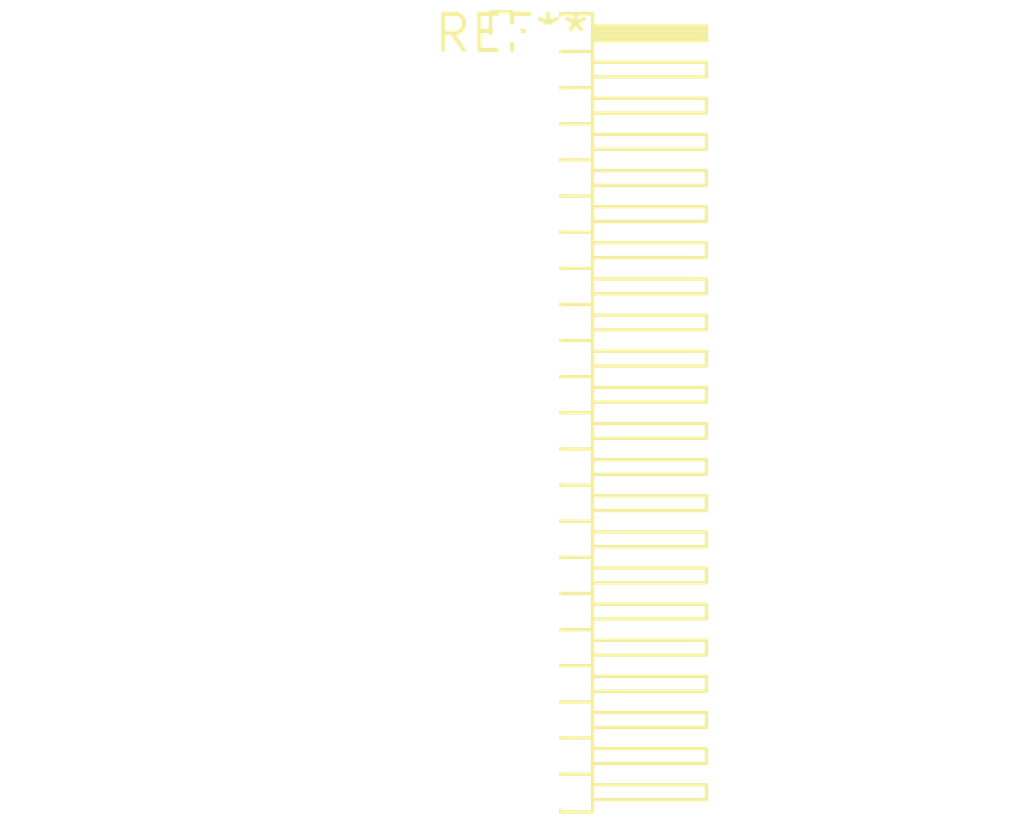
<source format=kicad_pcb>
(kicad_pcb (version 20240108) (generator pcbnew)
  (layers (0 "F.Cu" signal) (31 "B.Cu" signal) (34 "B.Paste" user) (35 "F.Paste" user) (36 "B.SilkS" user "B.Silkscreen") (37 "F.SilkS" user "F.Silkscreen") (38 "B.Mask" user) (39 "F.Mask" user) (44 "Edge.Cuts" user))
  (net 0 "")
  (footprint "PinHeader_2x22_P1.27mm_Horizontal" (layer "F.Cu") (at 0 0)
    (property "Reference" "REF**")
    (property "Value" "PinHeader_2x22_P1.27mm_Horizontal")
    (fp_line (start -0.76 -0.76) (end 0 -0.76) (layer "F.SilkS") (stroke (width 0.12)))
    (fp_line (start -0.76 0) (end -0.76 -0.76) (layer "F.SilkS") (stroke (width 0.12)))
    (fp_line (start 1.71 -0.695) (end 2.83 -0.695) (layer "F.SilkS") (stroke (width 0.12)))
    (fp_line (start 1.71 -0.619677) (end 1.71 -0.695) (layer "F.SilkS") (stroke (width 0.12)))
    (fp_line (start 1.71 0.619677) (end 1.71 0.650323) (layer "F.SilkS") (stroke (width 0.12)))
    (fp_line (start 1.71 0.635) (end 2.83 0.635) (layer "F.SilkS") (stroke (width 0.12)))
    (fp_line (start 1.71 1.889677) (end 1.71 1.920323) (layer "F.SilkS") (stroke (width 0.12)))
    (fp_line (start 1.71 1.905) (end 2.83 1.905) (layer "F.SilkS") (stroke (width 0.12)))
    (fp_line (start 1.71 3.159677) (end 1.71 3.190323) (layer "F.SilkS") (stroke (width 0.12)))
    (fp_line (start 1.71 3.175) (end 2.83 3.175) (layer "F.SilkS") (stroke (width 0.12)))
    (fp_line (start 1.71 4.429677) (end 1.71 4.460323) (layer "F.SilkS") (stroke (width 0.12)))
    (fp_line (start 1.71 4.445) (end 2.83 4.445) (layer "F.SilkS") (stroke (width 0.12)))
    (fp_line (start 1.71 5.699677) (end 1.71 5.730323) (layer "F.SilkS") (stroke (width 0.12)))
    (fp_line (start 1.71 5.715) (end 2.83 5.715) (layer "F.SilkS") (stroke (width 0.12)))
    (fp_line (start 1.71 6.969677) (end 1.71 7.000323) (layer "F.SilkS") (stroke (width 0.12)))
    (fp_line (start 1.71 6.985) (end 2.83 6.985) (layer "F.SilkS") (stroke (width 0.12)))
    (fp_line (start 1.71 8.239677) (end 1.71 8.270323) (layer "F.SilkS") (stroke (width 0.12)))
    (fp_line (start 1.71 8.255) (end 2.83 8.255) (layer "F.SilkS") (stroke (width 0.12)))
    (fp_line (start 1.71 9.509677) (end 1.71 9.540323) (layer "F.SilkS") (stroke (width 0.12)))
    (fp_line (start 1.71 9.525) (end 2.83 9.525) (layer "F.SilkS") (stroke (width 0.12)))
    (fp_line (start 1.71 10.779677) (end 1.71 10.810323) (layer "F.SilkS") (stroke (width 0.12)))
    (fp_line (start 1.71 10.795) (end 2.83 10.795) (layer "F.SilkS") (stroke (width 0.12)))
    (fp_line (start 1.71 12.049677) (end 1.71 12.080323) (layer "F.SilkS") (stroke (width 0.12)))
    (fp_line (start 1.71 12.065) (end 2.83 12.065) (layer "F.SilkS") (stroke (width 0.12)))
    (fp_line (start 1.71 13.319677) (end 1.71 13.350323) (layer "F.SilkS") (stroke (width 0.12)))
    (fp_line (start 1.71 13.335) (end 2.83 13.335) (layer "F.SilkS") (stroke (width 0.12)))
    (fp_line (start 1.71 14.589677) (end 1.71 14.620323) (layer "F.SilkS") (stroke (width 0.12)))
    (fp_line (start 1.71 14.605) (end 2.83 14.605) (layer "F.SilkS") (stroke (width 0.12)))
    (fp_line (start 1.71 15.859677) (end 1.71 15.890323) (layer "F.SilkS") (stroke (width 0.12)))
    (fp_line (start 1.71 15.875) (end 2.83 15.875) (layer "F.SilkS") (stroke (width 0.12)))
    (fp_line (start 1.71 17.129677) (end 1.71 17.160323) (layer "F.SilkS") (stroke (width 0.12)))
    (fp_line (start 1.71 17.145) (end 2.83 17.145) (layer "F.SilkS") (stroke (width 0.12)))
    (fp_line (start 1.71 18.399677) (end 1.71 18.430323) (layer "F.SilkS") (stroke (width 0.12)))
    (fp_line (start 1.71 18.415) (end 2.83 18.415) (layer "F.SilkS") (stroke (width 0.12)))
    (fp_line (start 1.71 19.669677) (end 1.71 19.700323) (layer "F.SilkS") (stroke (width 0.12)))
    (fp_line (start 1.71 19.685) (end 2.83 19.685) (layer "F.SilkS") (stroke (width 0.12)))
    (fp_line (start 1.71 20.939677) (end 1.71 20.970323) (layer "F.SilkS") (stroke (width 0.12)))
    (fp_line (start 1.71 20.955) (end 2.83 20.955) (layer "F.SilkS") (stroke (width 0.12)))
    (fp_line (start 1.71 22.209677) (end 1.71 22.240323) (layer "F.SilkS") (stroke (width 0.12)))
    (fp_line (start 1.71 22.225) (end 2.83 22.225) (layer "F.SilkS") (stroke (width 0.12)))
    (fp_line (start 1.71 23.479677) (end 1.71 23.510323) (layer "F.SilkS") (stroke (width 0.12)))
    (fp_line (start 1.71 23.495) (end 2.83 23.495) (layer "F.SilkS") (stroke (width 0.12)))
    (fp_line (start 1.71 24.749677) (end 1.71 24.780323) (layer "F.SilkS") (stroke (width 0.12)))
    (fp_line (start 1.71 24.765) (end 2.83 24.765) (layer "F.SilkS") (stroke (width 0.12)))
    (fp_line (start 1.71 26.019677) (end 1.71 26.050323) (layer "F.SilkS") (stroke (width 0.12)))
    (fp_line (start 1.71 26.035) (end 2.83 26.035) (layer "F.SilkS") (stroke (width 0.12)))
    (fp_line (start 1.71 27.365) (end 1.71 27.289677) (layer "F.SilkS") (stroke (width 0.12)))
    (fp_line (start 2.83 -0.695) (end 2.83 27.365) (layer "F.SilkS") (stroke (width 0.12)))
    (fp_line (start 2.83 -0.26) (end 6.83 -0.26) (layer "F.SilkS") (stroke (width 0.12)))
    (fp_line (start 2.83 -0.2) (end 6.83 -0.2) (layer "F.SilkS") (stroke (width 0.12)))
    (fp_line (start 2.83 -0.08) (end 6.83 -0.08) (layer "F.SilkS") (stroke (width 0.12)))
    (fp_line (start 2.83 0.04) (end 6.83 0.04) (layer "F.SilkS") (stroke (width 0.12)))
    (fp_line (start 2.83 0.16) (end 6.83 0.16) (layer "F.SilkS") (stroke (width 0.12)))
    (fp_line (start 2.83 1.01) (end 6.83 1.01) (layer "F.SilkS") (stroke (width 0.12)))
    (fp_line (start 2.83 2.28) (end 6.83 2.28) (layer "F.SilkS") (stroke (width 0.12)))
    (fp_line (start 2.83 3.55) (end 6.83 3.55) (layer "F.SilkS") (stroke (width 0.12)))
    (fp_line (start 2.83 4.82) (end 6.83 4.82) (layer "F.SilkS") (stroke (width 0.12)))
    (fp_line (start 2.83 6.09) (end 6.83 6.09) (layer "F.SilkS") (stroke (width 0.12)))
    (fp_line (start 2.83 7.36) (end 6.83 7.36) (layer "F.SilkS") (stroke (width 0.12)))
    (fp_line (start 2.83 8.63) (end 6.83 8.63) (layer "F.SilkS") (stroke (width 0.12)))
    (fp_line (start 2.83 9.9) (end 6.83 9.9) (layer "F.SilkS") (stroke (width 0.12)))
    (fp_line (start 2.83 11.17) (end 6.83 11.17) (layer "F.SilkS") (stroke (width 0.12)))
    (fp_line (start 2.83 12.44) (end 6.83 12.44) (layer "F.SilkS") (stroke (width 0.12)))
    (fp_line (start 2.83 13.71) (end 6.83 13.71) (layer "F.SilkS") (stroke (width 0.12)))
    (fp_line (start 2.83 14.98) (end 6.83 14.98) (layer "F.SilkS") (stroke (width 0.12)))
    (fp_line (start 2.83 16.25) (end 6.83 16.25) (layer "F.SilkS") (stroke (width 0.12)))
    (fp_line (start 2.83 17.52) (end 6.83 17.52) (layer "F.SilkS") (stroke (width 0.12)))
    (fp_line (start 2.83 18.79) (end 6.83 18.79) (layer "F.SilkS") (stroke (width 0.12)))
    (fp_line (start 2.83 20.06) (end 6.83 20.06) (layer "F.SilkS") (stroke (width 0.12)))
    (fp_line (start 2.83 21.33) (end 6.83 21.33) (layer "F.SilkS") (stroke (width 0.12)))
    (fp_line (start 2.83 22.6) (end 6.83 22.6) (layer "F.SilkS") (stroke (width 0.12)))
    (fp_line (start 2.83 23.87) (end 6.83 23.87) (layer "F.SilkS") (stroke (width 0.12)))
    (fp_line (start 2.83 25.14) (end 6.83 25.14) (layer "F.SilkS") (stroke (width 0.12)))
    (fp_line (start 2.83 26.41) (end 6.83 26.41) (layer "F.SilkS") (stroke (width 0.12)))
    (fp_line (start 2.83 27.365) (end 1.71 27.365) (layer "F.SilkS") (stroke (width 0.12)))
    (fp_line (start 6.83 -0.26) (end 6.83 0.26) (layer "F.SilkS") (stroke (width 0.12)))
    (fp_line (start 6.83 0.26) (end 2.83 0.26) (layer "F.SilkS") (stroke (width 0.12)))
    (fp_line (start 6.83 1.01) (end 6.83 1.53) (layer "F.SilkS") (stroke (width 0.12)))
    (fp_line (start 6.83 1.53) (end 2.83 1.53) (layer "F.SilkS") (stroke (width 0.12)))
    (fp_line (start 6.83 2.28) (end 6.83 2.8) (layer "F.SilkS") (stroke (width 0.12)))
    (fp_line (start 6.83 2.8) (end 2.83 2.8) (layer "F.SilkS") (stroke (width 0.12)))
    (fp_line (start 6.83 3.55) (end 6.83 4.07) (layer "F.SilkS") (stroke (width 0.12)))
    (fp_line (start 6.83 4.07) (end 2.83 4.07) (layer "F.SilkS") (stroke (width 0.12)))
    (fp_line (start 6.83 4.82) (end 6.83 5.34) (layer "F.SilkS") (stroke (width 0.12)))
    (fp_line (start 6.83 5.34) (end 2.83 5.34) (layer "F.SilkS") (stroke (width 0.12)))
    (fp_line (start 6.83 6.09) (end 6.83 6.61) (layer "F.SilkS") (stroke (width 0.12)))
    (fp_line (start 6.83 6.61) (end 2.83 6.61) (layer "F.SilkS") (stroke (width 0.12)))
    (fp_line (start 6.83 7.36) (end 6.83 7.88) (layer "F.SilkS") (stroke (width 0.12)))
    (fp_line (start 6.83 7.88) (end 2.83 7.88) (layer "F.SilkS") (stroke (width 0.12)))
    (fp_line (start 6.83 8.63) (end 6.83 9.15) (layer "F.SilkS") (stroke (width 0.12)))
    (fp_line (start 6.83 9.15) (end 2.83 9.15) (layer "F.SilkS") (stroke (width 0.12)))
    (fp_line (start 6.83 9.9) (end 6.83 10.42) (layer "F.SilkS") (stroke (width 0.12)))
    (fp_line (start 6.83 10.42) (end 2.83 10.42) (layer "F.SilkS") (stroke (width 0.12)))
    (fp_line (start 6.83 11.17) (end 6.83 11.69) (layer "F.SilkS") (stroke (width 0.12)))
    (fp_line (start 6.83 11.69) (end 2.83 11.69) (layer "F.SilkS") (stroke (width 0.12)))
    (fp_line (start 6.83 12.44) (end 6.83 12.96) (layer "F.SilkS") (stroke (width 0.12)))
    (fp_line (start 6.83 12.96) (end 2.83 12.96) (layer "F.SilkS") (stroke (width 0.12)))
    (fp_line (start 6.83 13.71) (end 6.83 14.23) (layer "F.SilkS") (stroke (width 0.12)))
    (fp_line (start 6.83 14.23) (end 2.83 14.23) (layer "F.SilkS") (stroke (width 0.12)))
    (fp_line (start 6.83 14.98) (end 6.83 15.5) (layer "F.SilkS") (stroke (width 0.12)))
    (fp_line (start 6.83 15.5) (end 2.83 15.5) (layer "F.SilkS") (stroke (width 0.12)))
    (fp_line (start 6.83 16.25) (end 6.83 16.77) (layer "F.SilkS") (stroke (width 0.12)))
    (fp_line (start 6.83 16.77) (end 2.83 16.77) (layer "F.SilkS") (stroke (width 0.12)))
    (fp_line (start 6.83 17.52) (end 6.83 18.04) (layer "F.SilkS") (stroke (width 0.12)))
    (fp_line (start 6.83 18.04) (end 2.83 18.04) (layer "F.SilkS") (stroke (width 0.12)))
    (fp_line (start 6.83 18.79) (end 6.83 19.31) (layer "F.SilkS") (stroke (width 0.12)))
    (fp_line (start 6.83 19.31) (end 2.83 19.31) (layer "F.SilkS") (stroke (width 0.12)))
    (fp_line (start 6.83 20.06) (end 6.83 20.58) (layer "F.SilkS") (stroke (width 0.12)))
    (fp_line (start 6.83 20.58) (end 2.83 20.58) (layer "F.SilkS") (stroke (width 0.12)))
    (fp_line (start 6.83 21.33) (end 6.83 21.85) (layer "F.SilkS") (stroke (width 0.12)))
    (fp_line (start 6.83 21.85) (end 2.83 21.85) (layer "F.SilkS") (stroke (width 0.12)))
    (fp_line (start 6.83 22.6) (end 6.83 23.12) (layer "F.SilkS") (stroke (width 0.12)))
    (fp_line (start 6.83 23.12) (end 2.83 23.12) (layer "F.SilkS") (stroke (width 0.12)))
    (fp_line (start 6.83 23.87) (end 6.83 24.39) (layer "F.SilkS") (stroke (width 0.12)))
    (fp_line (start 6.83 24.39) (end 2.83 24.39) (layer "F.SilkS") (stroke (width 0.12)))
    (fp_line (start 6.83 25.14) (end 6.83 25.66) (layer "F.SilkS") (stroke (width 0.12)))
    (fp_line (start 6.83 25.66) (end 2.83 25.66) (layer "F.SilkS") (stroke (width 0.12)))
    (fp_line (start 6.83 26.41) (end 6.83 26.93) (layer "F.SilkS") (stroke (width 0.12)))
    (fp_line (start 6.83 26.93) (end 2.83 26.93) (layer "F.SilkS") (stroke (width 0.12)))
    (pad "1" thru_hole rect (at 0 0) (size 1 1) (drill 0.65) (layers *.Cu *.Mask) (remove_unused_layers))
    (pad "2" thru_hole oval (at 1.27 0) (size 1 1) (drill 0.65) (layers *.Cu *.Mask) (remove_unused_layers))
    (pad "3" thru_hole oval (at 0 1.27) (size 1 1) (drill 0.65) (layers *.Cu *.Mask) (remove_unused_layers))
    (pad "4" thru_hole oval (at 1.27 1.27) (size 1 1) (drill 0.65) (layers *.Cu *.Mask) (remove_unused_layers))
    (pad "5" thru_hole oval (at 0 2.54) (size 1 1) (drill 0.65) (layers *.Cu *.Mask) (remove_unused_layers))
    (pad "6" thru_hole oval (at 1.27 2.54) (size 1 1) (drill 0.65) (layers *.Cu *.Mask) (remove_unused_layers))
    (pad "7" thru_hole oval (at 0 3.81) (size 1 1) (drill 0.65) (layers *.Cu *.Mask) (remove_unused_layers))
    (pad "8" thru_hole oval (at 1.27 3.81) (size 1 1) (drill 0.65) (layers *.Cu *.Mask) (remove_unused_layers))
    (pad "9" thru_hole oval (at 0 5.08) (size 1 1) (drill 0.65) (layers *.Cu *.Mask) (remove_unused_layers))
    (pad "10" thru_hole oval (at 1.27 5.08) (size 1 1) (drill 0.65) (layers *.Cu *.Mask) (remove_unused_layers))
    (pad "11" thru_hole oval (at 0 6.35) (size 1 1) (drill 0.65) (layers *.Cu *.Mask) (remove_unused_layers))
    (pad "12" thru_hole oval (at 1.27 6.35) (size 1 1) (drill 0.65) (layers *.Cu *.Mask) (remove_unused_layers))
    (pad "13" thru_hole oval (at 0 7.62) (size 1 1) (drill 0.65) (layers *.Cu *.Mask) (remove_unused_layers))
    (pad "14" thru_hole oval (at 1.27 7.62) (size 1 1) (drill 0.65) (layers *.Cu *.Mask) (remove_unused_layers))
    (pad "15" thru_hole oval (at 0 8.89) (size 1 1) (drill 0.65) (layers *.Cu *.Mask) (remove_unused_layers))
    (pad "16" thru_hole oval (at 1.27 8.89) (size 1 1) (drill 0.65) (layers *.Cu *.Mask) (remove_unused_layers))
    (pad "17" thru_hole oval (at 0 10.16) (size 1 1) (drill 0.65) (layers *.Cu *.Mask) (remove_unused_layers))
    (pad "18" thru_hole oval (at 1.27 10.16) (size 1 1) (drill 0.65) (layers *.Cu *.Mask) (remove_unused_layers))
    (pad "19" thru_hole oval (at 0 11.43) (size 1 1) (drill 0.65) (layers *.Cu *.Mask) (remove_unused_layers))
    (pad "20" thru_hole oval (at 1.27 11.43) (size 1 1) (drill 0.65) (layers *.Cu *.Mask) (remove_unused_layers))
    (pad "21" thru_hole oval (at 0 12.7) (size 1 1) (drill 0.65) (layers *.Cu *.Mask) (remove_unused_layers))
    (pad "22" thru_hole oval (at 1.27 12.7) (size 1 1) (drill 0.65) (layers *.Cu *.Mask) (remove_unused_layers))
    (pad "23" thru_hole oval (at 0 13.97) (size 1 1) (drill 0.65) (layers *.Cu *.Mask) (remove_unused_layers))
    (pad "24" thru_hole oval (at 1.27 13.97) (size 1 1) (drill 0.65) (layers *.Cu *.Mask) (remove_unused_layers))
    (pad "25" thru_hole oval (at 0 15.24) (size 1 1) (drill 0.65) (layers *.Cu *.Mask) (remove_unused_layers))
    (pad "26" thru_hole oval (at 1.27 15.24) (size 1 1) (drill 0.65) (layers *.Cu *.Mask) (remove_unused_layers))
    (pad "27" thru_hole oval (at 0 16.51) (size 1 1) (drill 0.65) (layers *.Cu *.Mask) (remove_unused_layers))
    (pad "28" thru_hole oval (at 1.27 16.51) (size 1 1) (drill 0.65) (layers *.Cu *.Mask) (remove_unused_layers))
    (pad "29" thru_hole oval (at 0 17.78) (size 1 1) (drill 0.65) (layers *.Cu *.Mask) (remove_unused_layers))
    (pad "30" thru_hole oval (at 1.27 17.78) (size 1 1) (drill 0.65) (layers *.Cu *.Mask) (remove_unused_layers))
    (pad "31" thru_hole oval (at 0 19.05) (size 1 1) (drill 0.65) (layers *.Cu *.Mask) (remove_unused_layers))
    (pad "32" thru_hole oval (at 1.27 19.05) (size 1 1) (drill 0.65) (layers *.Cu *.Mask) (remove_unused_layers))
    (pad "33" thru_hole oval (at 0 20.32) (size 1 1) (drill 0.65) (layers *.Cu *.Mask) (remove_unused_layers))
    (pad "34" thru_hole oval (at 1.27 20.32) (size 1 1) (drill 0.65) (layers *.Cu *.Mask) (remove_unused_layers))
    (pad "35" thru_hole oval (at 0 21.59) (size 1 1) (drill 0.65) (layers *.Cu *.Mask) (remove_unused_layers))
    (pad "36" thru_hole oval (at 1.27 21.59) (size 1 1) (drill 0.65) (layers *.Cu *.Mask) (remove_unused_layers))
    (pad "37" thru_hole oval (at 0 22.86) (size 1 1) (drill 0.65) (layers *.Cu *.Mask) (remove_unused_layers))
    (pad "38" thru_hole oval (at 1.27 22.86) (size 1 1) (drill 0.65) (layers *.Cu *.Mask) (remove_unused_layers))
    (pad "39" thru_hole oval (at 0 24.13) (size 1 1) (drill 0.65) (layers *.Cu *.Mask) (remove_unused_layers))
    (pad "40" thru_hole oval (at 1.27 24.13) (size 1 1) (drill 0.65) (layers *.Cu *.Mask) (remove_unused_layers))
    (pad "41" thru_hole oval (at 0 25.4) (size 1 1) (drill 0.65) (layers *.Cu *.Mask) (remove_unused_layers))
    (pad "42" thru_hole oval (at 1.27 25.4) (size 1 1) (drill 0.65) (layers *.Cu *.Mask) (remove_unused_layers))
    (pad "43" thru_hole oval (at 0 26.67) (size 1 1) (drill 0.65) (layers *.Cu *.Mask) (remove_unused_layers))
    (pad "44" thru_hole oval (at 1.27 26.67) (size 1 1) (drill 0.65) (layers *.Cu *.Mask) (remove_unused_layers))
  )
)
</source>
